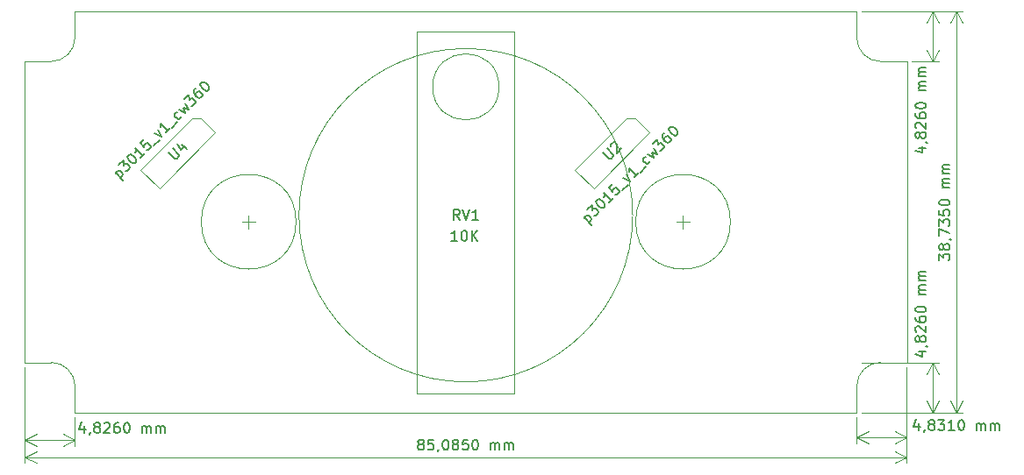
<source format=gbr>
%TF.GenerationSoftware,KiCad,Pcbnew,7.0.7*%
%TF.CreationDate,2023-09-10T17:47:14+02:00*%
%TF.ProjectId,Angle&Ana&Sw,416e676c-6526-4416-9e61-2653772e6b69,1.0*%
%TF.SameCoordinates,Original*%
%TF.FileFunction,AssemblyDrawing,Top*%
%FSLAX46Y46*%
G04 Gerber Fmt 4.6, Leading zero omitted, Abs format (unit mm)*
G04 Created by KiCad (PCBNEW 7.0.7) date 2023-09-10 17:47:14*
%MOMM*%
%LPD*%
G01*
G04 APERTURE LIST*
%ADD10C,0.100000*%
%ADD11C,0.150000*%
G04 APERTURE END LIST*
D10*
X142624525Y-132080000D02*
G75*
G03*
X140335000Y-129790475I-2289525J0D01*
G01*
X200660000Y-116205000D02*
X201930000Y-116205000D01*
X158750000Y-116205000D02*
X160020000Y-116205000D01*
X137800000Y-129794000D02*
X137800000Y-100711000D01*
X218059000Y-98425000D02*
G75*
G03*
X220345000Y-100711000I2286000J0D01*
G01*
X142621000Y-98425000D02*
X142621000Y-95885000D01*
X159385000Y-115570000D02*
X159385000Y-116840000D01*
X142624525Y-132080000D02*
X142624525Y-134620000D01*
X220345000Y-100711000D02*
X222885000Y-100711000D01*
X140335000Y-100711000D02*
X137795000Y-100711000D01*
X222900000Y-100711000D02*
X222900000Y-129794000D01*
X201295000Y-115570000D02*
X201295000Y-116840000D01*
X142624525Y-134620000D02*
X218059000Y-134620000D01*
X183540000Y-103170000D02*
G75*
G03*
X183540000Y-103170000I-3200000J0D01*
G01*
X140335000Y-129790475D02*
X137795000Y-129790475D01*
X142621000Y-95885000D02*
X218059000Y-95885000D01*
X218059000Y-98425000D02*
G75*
G03*
X220345000Y-100711000I2286000J0D01*
G01*
X218059000Y-98425000D02*
X218059000Y-95885000D01*
X218059000Y-132080000D02*
X218059000Y-134600000D01*
X140335000Y-100711000D02*
G75*
G03*
X142621000Y-98425000I0J2286000D01*
G01*
X196440000Y-115570000D02*
G75*
G03*
X196440000Y-115570000I-16100000J0D01*
G01*
X220345000Y-129794000D02*
X222900000Y-129794000D01*
X220345000Y-129794000D02*
G75*
G03*
X218059000Y-132080000I0J-2286000D01*
G01*
D11*
X224044333Y-135671152D02*
X224044333Y-136337819D01*
X223806238Y-135290200D02*
X223568143Y-136004485D01*
X223568143Y-136004485D02*
X224187190Y-136004485D01*
X224615762Y-136290200D02*
X224615762Y-136337819D01*
X224615762Y-136337819D02*
X224568143Y-136433057D01*
X224568143Y-136433057D02*
X224520524Y-136480676D01*
X225187190Y-135766390D02*
X225091952Y-135718771D01*
X225091952Y-135718771D02*
X225044333Y-135671152D01*
X225044333Y-135671152D02*
X224996714Y-135575914D01*
X224996714Y-135575914D02*
X224996714Y-135528295D01*
X224996714Y-135528295D02*
X225044333Y-135433057D01*
X225044333Y-135433057D02*
X225091952Y-135385438D01*
X225091952Y-135385438D02*
X225187190Y-135337819D01*
X225187190Y-135337819D02*
X225377666Y-135337819D01*
X225377666Y-135337819D02*
X225472904Y-135385438D01*
X225472904Y-135385438D02*
X225520523Y-135433057D01*
X225520523Y-135433057D02*
X225568142Y-135528295D01*
X225568142Y-135528295D02*
X225568142Y-135575914D01*
X225568142Y-135575914D02*
X225520523Y-135671152D01*
X225520523Y-135671152D02*
X225472904Y-135718771D01*
X225472904Y-135718771D02*
X225377666Y-135766390D01*
X225377666Y-135766390D02*
X225187190Y-135766390D01*
X225187190Y-135766390D02*
X225091952Y-135814009D01*
X225091952Y-135814009D02*
X225044333Y-135861628D01*
X225044333Y-135861628D02*
X224996714Y-135956866D01*
X224996714Y-135956866D02*
X224996714Y-136147342D01*
X224996714Y-136147342D02*
X225044333Y-136242580D01*
X225044333Y-136242580D02*
X225091952Y-136290200D01*
X225091952Y-136290200D02*
X225187190Y-136337819D01*
X225187190Y-136337819D02*
X225377666Y-136337819D01*
X225377666Y-136337819D02*
X225472904Y-136290200D01*
X225472904Y-136290200D02*
X225520523Y-136242580D01*
X225520523Y-136242580D02*
X225568142Y-136147342D01*
X225568142Y-136147342D02*
X225568142Y-135956866D01*
X225568142Y-135956866D02*
X225520523Y-135861628D01*
X225520523Y-135861628D02*
X225472904Y-135814009D01*
X225472904Y-135814009D02*
X225377666Y-135766390D01*
X225901476Y-135337819D02*
X226520523Y-135337819D01*
X226520523Y-135337819D02*
X226187190Y-135718771D01*
X226187190Y-135718771D02*
X226330047Y-135718771D01*
X226330047Y-135718771D02*
X226425285Y-135766390D01*
X226425285Y-135766390D02*
X226472904Y-135814009D01*
X226472904Y-135814009D02*
X226520523Y-135909247D01*
X226520523Y-135909247D02*
X226520523Y-136147342D01*
X226520523Y-136147342D02*
X226472904Y-136242580D01*
X226472904Y-136242580D02*
X226425285Y-136290200D01*
X226425285Y-136290200D02*
X226330047Y-136337819D01*
X226330047Y-136337819D02*
X226044333Y-136337819D01*
X226044333Y-136337819D02*
X225949095Y-136290200D01*
X225949095Y-136290200D02*
X225901476Y-136242580D01*
X227472904Y-136337819D02*
X226901476Y-136337819D01*
X227187190Y-136337819D02*
X227187190Y-135337819D01*
X227187190Y-135337819D02*
X227091952Y-135480676D01*
X227091952Y-135480676D02*
X226996714Y-135575914D01*
X226996714Y-135575914D02*
X226901476Y-135623533D01*
X228091952Y-135337819D02*
X228187190Y-135337819D01*
X228187190Y-135337819D02*
X228282428Y-135385438D01*
X228282428Y-135385438D02*
X228330047Y-135433057D01*
X228330047Y-135433057D02*
X228377666Y-135528295D01*
X228377666Y-135528295D02*
X228425285Y-135718771D01*
X228425285Y-135718771D02*
X228425285Y-135956866D01*
X228425285Y-135956866D02*
X228377666Y-136147342D01*
X228377666Y-136147342D02*
X228330047Y-136242580D01*
X228330047Y-136242580D02*
X228282428Y-136290200D01*
X228282428Y-136290200D02*
X228187190Y-136337819D01*
X228187190Y-136337819D02*
X228091952Y-136337819D01*
X228091952Y-136337819D02*
X227996714Y-136290200D01*
X227996714Y-136290200D02*
X227949095Y-136242580D01*
X227949095Y-136242580D02*
X227901476Y-136147342D01*
X227901476Y-136147342D02*
X227853857Y-135956866D01*
X227853857Y-135956866D02*
X227853857Y-135718771D01*
X227853857Y-135718771D02*
X227901476Y-135528295D01*
X227901476Y-135528295D02*
X227949095Y-135433057D01*
X227949095Y-135433057D02*
X227996714Y-135385438D01*
X227996714Y-135385438D02*
X228091952Y-135337819D01*
X229615762Y-136337819D02*
X229615762Y-135671152D01*
X229615762Y-135766390D02*
X229663381Y-135718771D01*
X229663381Y-135718771D02*
X229758619Y-135671152D01*
X229758619Y-135671152D02*
X229901476Y-135671152D01*
X229901476Y-135671152D02*
X229996714Y-135718771D01*
X229996714Y-135718771D02*
X230044333Y-135814009D01*
X230044333Y-135814009D02*
X230044333Y-136337819D01*
X230044333Y-135814009D02*
X230091952Y-135718771D01*
X230091952Y-135718771D02*
X230187190Y-135671152D01*
X230187190Y-135671152D02*
X230330047Y-135671152D01*
X230330047Y-135671152D02*
X230425286Y-135718771D01*
X230425286Y-135718771D02*
X230472905Y-135814009D01*
X230472905Y-135814009D02*
X230472905Y-136337819D01*
X230949095Y-136337819D02*
X230949095Y-135671152D01*
X230949095Y-135766390D02*
X230996714Y-135718771D01*
X230996714Y-135718771D02*
X231091952Y-135671152D01*
X231091952Y-135671152D02*
X231234809Y-135671152D01*
X231234809Y-135671152D02*
X231330047Y-135718771D01*
X231330047Y-135718771D02*
X231377666Y-135814009D01*
X231377666Y-135814009D02*
X231377666Y-136337819D01*
X231377666Y-135814009D02*
X231425285Y-135718771D01*
X231425285Y-135718771D02*
X231520523Y-135671152D01*
X231520523Y-135671152D02*
X231663380Y-135671152D01*
X231663380Y-135671152D02*
X231758619Y-135718771D01*
X231758619Y-135718771D02*
X231806238Y-135814009D01*
X231806238Y-135814009D02*
X231806238Y-136337819D01*
D10*
X218054000Y-135120000D02*
X218054000Y-137619420D01*
X222885000Y-135120000D02*
X222885000Y-137619420D01*
X218054000Y-137033000D02*
X222885000Y-137033000D01*
X218054000Y-137033000D02*
X222885000Y-137033000D01*
X218054000Y-137033000D02*
X219180504Y-136446579D01*
X218054000Y-137033000D02*
X219180504Y-137619421D01*
X222885000Y-137033000D02*
X221758496Y-137619421D01*
X222885000Y-137033000D02*
X221758496Y-136446579D01*
D11*
X224063152Y-128761666D02*
X224729819Y-128761666D01*
X223682200Y-128999761D02*
X224396485Y-129237856D01*
X224396485Y-129237856D02*
X224396485Y-128618809D01*
X224682200Y-128190237D02*
X224729819Y-128190237D01*
X224729819Y-128190237D02*
X224825057Y-128237856D01*
X224825057Y-128237856D02*
X224872676Y-128285475D01*
X224158390Y-127618809D02*
X224110771Y-127714047D01*
X224110771Y-127714047D02*
X224063152Y-127761666D01*
X224063152Y-127761666D02*
X223967914Y-127809285D01*
X223967914Y-127809285D02*
X223920295Y-127809285D01*
X223920295Y-127809285D02*
X223825057Y-127761666D01*
X223825057Y-127761666D02*
X223777438Y-127714047D01*
X223777438Y-127714047D02*
X223729819Y-127618809D01*
X223729819Y-127618809D02*
X223729819Y-127428333D01*
X223729819Y-127428333D02*
X223777438Y-127333095D01*
X223777438Y-127333095D02*
X223825057Y-127285476D01*
X223825057Y-127285476D02*
X223920295Y-127237857D01*
X223920295Y-127237857D02*
X223967914Y-127237857D01*
X223967914Y-127237857D02*
X224063152Y-127285476D01*
X224063152Y-127285476D02*
X224110771Y-127333095D01*
X224110771Y-127333095D02*
X224158390Y-127428333D01*
X224158390Y-127428333D02*
X224158390Y-127618809D01*
X224158390Y-127618809D02*
X224206009Y-127714047D01*
X224206009Y-127714047D02*
X224253628Y-127761666D01*
X224253628Y-127761666D02*
X224348866Y-127809285D01*
X224348866Y-127809285D02*
X224539342Y-127809285D01*
X224539342Y-127809285D02*
X224634580Y-127761666D01*
X224634580Y-127761666D02*
X224682200Y-127714047D01*
X224682200Y-127714047D02*
X224729819Y-127618809D01*
X224729819Y-127618809D02*
X224729819Y-127428333D01*
X224729819Y-127428333D02*
X224682200Y-127333095D01*
X224682200Y-127333095D02*
X224634580Y-127285476D01*
X224634580Y-127285476D02*
X224539342Y-127237857D01*
X224539342Y-127237857D02*
X224348866Y-127237857D01*
X224348866Y-127237857D02*
X224253628Y-127285476D01*
X224253628Y-127285476D02*
X224206009Y-127333095D01*
X224206009Y-127333095D02*
X224158390Y-127428333D01*
X223825057Y-126856904D02*
X223777438Y-126809285D01*
X223777438Y-126809285D02*
X223729819Y-126714047D01*
X223729819Y-126714047D02*
X223729819Y-126475952D01*
X223729819Y-126475952D02*
X223777438Y-126380714D01*
X223777438Y-126380714D02*
X223825057Y-126333095D01*
X223825057Y-126333095D02*
X223920295Y-126285476D01*
X223920295Y-126285476D02*
X224015533Y-126285476D01*
X224015533Y-126285476D02*
X224158390Y-126333095D01*
X224158390Y-126333095D02*
X224729819Y-126904523D01*
X224729819Y-126904523D02*
X224729819Y-126285476D01*
X223729819Y-125428333D02*
X223729819Y-125618809D01*
X223729819Y-125618809D02*
X223777438Y-125714047D01*
X223777438Y-125714047D02*
X223825057Y-125761666D01*
X223825057Y-125761666D02*
X223967914Y-125856904D01*
X223967914Y-125856904D02*
X224158390Y-125904523D01*
X224158390Y-125904523D02*
X224539342Y-125904523D01*
X224539342Y-125904523D02*
X224634580Y-125856904D01*
X224634580Y-125856904D02*
X224682200Y-125809285D01*
X224682200Y-125809285D02*
X224729819Y-125714047D01*
X224729819Y-125714047D02*
X224729819Y-125523571D01*
X224729819Y-125523571D02*
X224682200Y-125428333D01*
X224682200Y-125428333D02*
X224634580Y-125380714D01*
X224634580Y-125380714D02*
X224539342Y-125333095D01*
X224539342Y-125333095D02*
X224301247Y-125333095D01*
X224301247Y-125333095D02*
X224206009Y-125380714D01*
X224206009Y-125380714D02*
X224158390Y-125428333D01*
X224158390Y-125428333D02*
X224110771Y-125523571D01*
X224110771Y-125523571D02*
X224110771Y-125714047D01*
X224110771Y-125714047D02*
X224158390Y-125809285D01*
X224158390Y-125809285D02*
X224206009Y-125856904D01*
X224206009Y-125856904D02*
X224301247Y-125904523D01*
X223729819Y-124714047D02*
X223729819Y-124618809D01*
X223729819Y-124618809D02*
X223777438Y-124523571D01*
X223777438Y-124523571D02*
X223825057Y-124475952D01*
X223825057Y-124475952D02*
X223920295Y-124428333D01*
X223920295Y-124428333D02*
X224110771Y-124380714D01*
X224110771Y-124380714D02*
X224348866Y-124380714D01*
X224348866Y-124380714D02*
X224539342Y-124428333D01*
X224539342Y-124428333D02*
X224634580Y-124475952D01*
X224634580Y-124475952D02*
X224682200Y-124523571D01*
X224682200Y-124523571D02*
X224729819Y-124618809D01*
X224729819Y-124618809D02*
X224729819Y-124714047D01*
X224729819Y-124714047D02*
X224682200Y-124809285D01*
X224682200Y-124809285D02*
X224634580Y-124856904D01*
X224634580Y-124856904D02*
X224539342Y-124904523D01*
X224539342Y-124904523D02*
X224348866Y-124952142D01*
X224348866Y-124952142D02*
X224110771Y-124952142D01*
X224110771Y-124952142D02*
X223920295Y-124904523D01*
X223920295Y-124904523D02*
X223825057Y-124856904D01*
X223825057Y-124856904D02*
X223777438Y-124809285D01*
X223777438Y-124809285D02*
X223729819Y-124714047D01*
X224729819Y-123190237D02*
X224063152Y-123190237D01*
X224158390Y-123190237D02*
X224110771Y-123142618D01*
X224110771Y-123142618D02*
X224063152Y-123047380D01*
X224063152Y-123047380D02*
X224063152Y-122904523D01*
X224063152Y-122904523D02*
X224110771Y-122809285D01*
X224110771Y-122809285D02*
X224206009Y-122761666D01*
X224206009Y-122761666D02*
X224729819Y-122761666D01*
X224206009Y-122761666D02*
X224110771Y-122714047D01*
X224110771Y-122714047D02*
X224063152Y-122618809D01*
X224063152Y-122618809D02*
X224063152Y-122475952D01*
X224063152Y-122475952D02*
X224110771Y-122380713D01*
X224110771Y-122380713D02*
X224206009Y-122333094D01*
X224206009Y-122333094D02*
X224729819Y-122333094D01*
X224729819Y-121856904D02*
X224063152Y-121856904D01*
X224158390Y-121856904D02*
X224110771Y-121809285D01*
X224110771Y-121809285D02*
X224063152Y-121714047D01*
X224063152Y-121714047D02*
X224063152Y-121571190D01*
X224063152Y-121571190D02*
X224110771Y-121475952D01*
X224110771Y-121475952D02*
X224206009Y-121428333D01*
X224206009Y-121428333D02*
X224729819Y-121428333D01*
X224206009Y-121428333D02*
X224110771Y-121380714D01*
X224110771Y-121380714D02*
X224063152Y-121285476D01*
X224063152Y-121285476D02*
X224063152Y-121142619D01*
X224063152Y-121142619D02*
X224110771Y-121047380D01*
X224110771Y-121047380D02*
X224206009Y-120999761D01*
X224206009Y-120999761D02*
X224729819Y-120999761D01*
D10*
X218559000Y-134620000D02*
X226011420Y-134620000D01*
X218559000Y-129794000D02*
X226011420Y-129794000D01*
X225425000Y-134620000D02*
X225425000Y-129794000D01*
X225425000Y-134620000D02*
X225425000Y-129794000D01*
X225425000Y-134620000D02*
X224838579Y-133493496D01*
X225425000Y-134620000D02*
X226011421Y-133493496D01*
X225425000Y-129794000D02*
X226011421Y-130920504D01*
X225425000Y-129794000D02*
X224838579Y-130920504D01*
D11*
X226015819Y-119919165D02*
X226015819Y-119300118D01*
X226015819Y-119300118D02*
X226396771Y-119633451D01*
X226396771Y-119633451D02*
X226396771Y-119490594D01*
X226396771Y-119490594D02*
X226444390Y-119395356D01*
X226444390Y-119395356D02*
X226492009Y-119347737D01*
X226492009Y-119347737D02*
X226587247Y-119300118D01*
X226587247Y-119300118D02*
X226825342Y-119300118D01*
X226825342Y-119300118D02*
X226920580Y-119347737D01*
X226920580Y-119347737D02*
X226968200Y-119395356D01*
X226968200Y-119395356D02*
X227015819Y-119490594D01*
X227015819Y-119490594D02*
X227015819Y-119776308D01*
X227015819Y-119776308D02*
X226968200Y-119871546D01*
X226968200Y-119871546D02*
X226920580Y-119919165D01*
X226444390Y-118728689D02*
X226396771Y-118823927D01*
X226396771Y-118823927D02*
X226349152Y-118871546D01*
X226349152Y-118871546D02*
X226253914Y-118919165D01*
X226253914Y-118919165D02*
X226206295Y-118919165D01*
X226206295Y-118919165D02*
X226111057Y-118871546D01*
X226111057Y-118871546D02*
X226063438Y-118823927D01*
X226063438Y-118823927D02*
X226015819Y-118728689D01*
X226015819Y-118728689D02*
X226015819Y-118538213D01*
X226015819Y-118538213D02*
X226063438Y-118442975D01*
X226063438Y-118442975D02*
X226111057Y-118395356D01*
X226111057Y-118395356D02*
X226206295Y-118347737D01*
X226206295Y-118347737D02*
X226253914Y-118347737D01*
X226253914Y-118347737D02*
X226349152Y-118395356D01*
X226349152Y-118395356D02*
X226396771Y-118442975D01*
X226396771Y-118442975D02*
X226444390Y-118538213D01*
X226444390Y-118538213D02*
X226444390Y-118728689D01*
X226444390Y-118728689D02*
X226492009Y-118823927D01*
X226492009Y-118823927D02*
X226539628Y-118871546D01*
X226539628Y-118871546D02*
X226634866Y-118919165D01*
X226634866Y-118919165D02*
X226825342Y-118919165D01*
X226825342Y-118919165D02*
X226920580Y-118871546D01*
X226920580Y-118871546D02*
X226968200Y-118823927D01*
X226968200Y-118823927D02*
X227015819Y-118728689D01*
X227015819Y-118728689D02*
X227015819Y-118538213D01*
X227015819Y-118538213D02*
X226968200Y-118442975D01*
X226968200Y-118442975D02*
X226920580Y-118395356D01*
X226920580Y-118395356D02*
X226825342Y-118347737D01*
X226825342Y-118347737D02*
X226634866Y-118347737D01*
X226634866Y-118347737D02*
X226539628Y-118395356D01*
X226539628Y-118395356D02*
X226492009Y-118442975D01*
X226492009Y-118442975D02*
X226444390Y-118538213D01*
X226968200Y-117871546D02*
X227015819Y-117871546D01*
X227015819Y-117871546D02*
X227111057Y-117919165D01*
X227111057Y-117919165D02*
X227158676Y-117966784D01*
X226015819Y-117538213D02*
X226015819Y-116871547D01*
X226015819Y-116871547D02*
X227015819Y-117300118D01*
X226015819Y-116585832D02*
X226015819Y-115966785D01*
X226015819Y-115966785D02*
X226396771Y-116300118D01*
X226396771Y-116300118D02*
X226396771Y-116157261D01*
X226396771Y-116157261D02*
X226444390Y-116062023D01*
X226444390Y-116062023D02*
X226492009Y-116014404D01*
X226492009Y-116014404D02*
X226587247Y-115966785D01*
X226587247Y-115966785D02*
X226825342Y-115966785D01*
X226825342Y-115966785D02*
X226920580Y-116014404D01*
X226920580Y-116014404D02*
X226968200Y-116062023D01*
X226968200Y-116062023D02*
X227015819Y-116157261D01*
X227015819Y-116157261D02*
X227015819Y-116442975D01*
X227015819Y-116442975D02*
X226968200Y-116538213D01*
X226968200Y-116538213D02*
X226920580Y-116585832D01*
X226015819Y-115062023D02*
X226015819Y-115538213D01*
X226015819Y-115538213D02*
X226492009Y-115585832D01*
X226492009Y-115585832D02*
X226444390Y-115538213D01*
X226444390Y-115538213D02*
X226396771Y-115442975D01*
X226396771Y-115442975D02*
X226396771Y-115204880D01*
X226396771Y-115204880D02*
X226444390Y-115109642D01*
X226444390Y-115109642D02*
X226492009Y-115062023D01*
X226492009Y-115062023D02*
X226587247Y-115014404D01*
X226587247Y-115014404D02*
X226825342Y-115014404D01*
X226825342Y-115014404D02*
X226920580Y-115062023D01*
X226920580Y-115062023D02*
X226968200Y-115109642D01*
X226968200Y-115109642D02*
X227015819Y-115204880D01*
X227015819Y-115204880D02*
X227015819Y-115442975D01*
X227015819Y-115442975D02*
X226968200Y-115538213D01*
X226968200Y-115538213D02*
X226920580Y-115585832D01*
X226015819Y-114395356D02*
X226015819Y-114300118D01*
X226015819Y-114300118D02*
X226063438Y-114204880D01*
X226063438Y-114204880D02*
X226111057Y-114157261D01*
X226111057Y-114157261D02*
X226206295Y-114109642D01*
X226206295Y-114109642D02*
X226396771Y-114062023D01*
X226396771Y-114062023D02*
X226634866Y-114062023D01*
X226634866Y-114062023D02*
X226825342Y-114109642D01*
X226825342Y-114109642D02*
X226920580Y-114157261D01*
X226920580Y-114157261D02*
X226968200Y-114204880D01*
X226968200Y-114204880D02*
X227015819Y-114300118D01*
X227015819Y-114300118D02*
X227015819Y-114395356D01*
X227015819Y-114395356D02*
X226968200Y-114490594D01*
X226968200Y-114490594D02*
X226920580Y-114538213D01*
X226920580Y-114538213D02*
X226825342Y-114585832D01*
X226825342Y-114585832D02*
X226634866Y-114633451D01*
X226634866Y-114633451D02*
X226396771Y-114633451D01*
X226396771Y-114633451D02*
X226206295Y-114585832D01*
X226206295Y-114585832D02*
X226111057Y-114538213D01*
X226111057Y-114538213D02*
X226063438Y-114490594D01*
X226063438Y-114490594D02*
X226015819Y-114395356D01*
X227015819Y-112871546D02*
X226349152Y-112871546D01*
X226444390Y-112871546D02*
X226396771Y-112823927D01*
X226396771Y-112823927D02*
X226349152Y-112728689D01*
X226349152Y-112728689D02*
X226349152Y-112585832D01*
X226349152Y-112585832D02*
X226396771Y-112490594D01*
X226396771Y-112490594D02*
X226492009Y-112442975D01*
X226492009Y-112442975D02*
X227015819Y-112442975D01*
X226492009Y-112442975D02*
X226396771Y-112395356D01*
X226396771Y-112395356D02*
X226349152Y-112300118D01*
X226349152Y-112300118D02*
X226349152Y-112157261D01*
X226349152Y-112157261D02*
X226396771Y-112062022D01*
X226396771Y-112062022D02*
X226492009Y-112014403D01*
X226492009Y-112014403D02*
X227015819Y-112014403D01*
X227015819Y-111538213D02*
X226349152Y-111538213D01*
X226444390Y-111538213D02*
X226396771Y-111490594D01*
X226396771Y-111490594D02*
X226349152Y-111395356D01*
X226349152Y-111395356D02*
X226349152Y-111252499D01*
X226349152Y-111252499D02*
X226396771Y-111157261D01*
X226396771Y-111157261D02*
X226492009Y-111109642D01*
X226492009Y-111109642D02*
X227015819Y-111109642D01*
X226492009Y-111109642D02*
X226396771Y-111062023D01*
X226396771Y-111062023D02*
X226349152Y-110966785D01*
X226349152Y-110966785D02*
X226349152Y-110823928D01*
X226349152Y-110823928D02*
X226396771Y-110728689D01*
X226396771Y-110728689D02*
X226492009Y-110681070D01*
X226492009Y-110681070D02*
X227015819Y-110681070D01*
D10*
X218554000Y-134620000D02*
X228297420Y-134620000D01*
X218554000Y-95885000D02*
X228297420Y-95885000D01*
X227711000Y-134620000D02*
X227711000Y-95885000D01*
X227711000Y-134620000D02*
X227711000Y-95885000D01*
X227711000Y-134620000D02*
X227124579Y-133493496D01*
X227711000Y-134620000D02*
X228297421Y-133493496D01*
X227711000Y-95885000D02*
X228297421Y-97011504D01*
X227711000Y-95885000D02*
X227124579Y-97011504D01*
D11*
X224063152Y-109076666D02*
X224729819Y-109076666D01*
X223682200Y-109314761D02*
X224396485Y-109552856D01*
X224396485Y-109552856D02*
X224396485Y-108933809D01*
X224682200Y-108505237D02*
X224729819Y-108505237D01*
X224729819Y-108505237D02*
X224825057Y-108552856D01*
X224825057Y-108552856D02*
X224872676Y-108600475D01*
X224158390Y-107933809D02*
X224110771Y-108029047D01*
X224110771Y-108029047D02*
X224063152Y-108076666D01*
X224063152Y-108076666D02*
X223967914Y-108124285D01*
X223967914Y-108124285D02*
X223920295Y-108124285D01*
X223920295Y-108124285D02*
X223825057Y-108076666D01*
X223825057Y-108076666D02*
X223777438Y-108029047D01*
X223777438Y-108029047D02*
X223729819Y-107933809D01*
X223729819Y-107933809D02*
X223729819Y-107743333D01*
X223729819Y-107743333D02*
X223777438Y-107648095D01*
X223777438Y-107648095D02*
X223825057Y-107600476D01*
X223825057Y-107600476D02*
X223920295Y-107552857D01*
X223920295Y-107552857D02*
X223967914Y-107552857D01*
X223967914Y-107552857D02*
X224063152Y-107600476D01*
X224063152Y-107600476D02*
X224110771Y-107648095D01*
X224110771Y-107648095D02*
X224158390Y-107743333D01*
X224158390Y-107743333D02*
X224158390Y-107933809D01*
X224158390Y-107933809D02*
X224206009Y-108029047D01*
X224206009Y-108029047D02*
X224253628Y-108076666D01*
X224253628Y-108076666D02*
X224348866Y-108124285D01*
X224348866Y-108124285D02*
X224539342Y-108124285D01*
X224539342Y-108124285D02*
X224634580Y-108076666D01*
X224634580Y-108076666D02*
X224682200Y-108029047D01*
X224682200Y-108029047D02*
X224729819Y-107933809D01*
X224729819Y-107933809D02*
X224729819Y-107743333D01*
X224729819Y-107743333D02*
X224682200Y-107648095D01*
X224682200Y-107648095D02*
X224634580Y-107600476D01*
X224634580Y-107600476D02*
X224539342Y-107552857D01*
X224539342Y-107552857D02*
X224348866Y-107552857D01*
X224348866Y-107552857D02*
X224253628Y-107600476D01*
X224253628Y-107600476D02*
X224206009Y-107648095D01*
X224206009Y-107648095D02*
X224158390Y-107743333D01*
X223825057Y-107171904D02*
X223777438Y-107124285D01*
X223777438Y-107124285D02*
X223729819Y-107029047D01*
X223729819Y-107029047D02*
X223729819Y-106790952D01*
X223729819Y-106790952D02*
X223777438Y-106695714D01*
X223777438Y-106695714D02*
X223825057Y-106648095D01*
X223825057Y-106648095D02*
X223920295Y-106600476D01*
X223920295Y-106600476D02*
X224015533Y-106600476D01*
X224015533Y-106600476D02*
X224158390Y-106648095D01*
X224158390Y-106648095D02*
X224729819Y-107219523D01*
X224729819Y-107219523D02*
X224729819Y-106600476D01*
X223729819Y-105743333D02*
X223729819Y-105933809D01*
X223729819Y-105933809D02*
X223777438Y-106029047D01*
X223777438Y-106029047D02*
X223825057Y-106076666D01*
X223825057Y-106076666D02*
X223967914Y-106171904D01*
X223967914Y-106171904D02*
X224158390Y-106219523D01*
X224158390Y-106219523D02*
X224539342Y-106219523D01*
X224539342Y-106219523D02*
X224634580Y-106171904D01*
X224634580Y-106171904D02*
X224682200Y-106124285D01*
X224682200Y-106124285D02*
X224729819Y-106029047D01*
X224729819Y-106029047D02*
X224729819Y-105838571D01*
X224729819Y-105838571D02*
X224682200Y-105743333D01*
X224682200Y-105743333D02*
X224634580Y-105695714D01*
X224634580Y-105695714D02*
X224539342Y-105648095D01*
X224539342Y-105648095D02*
X224301247Y-105648095D01*
X224301247Y-105648095D02*
X224206009Y-105695714D01*
X224206009Y-105695714D02*
X224158390Y-105743333D01*
X224158390Y-105743333D02*
X224110771Y-105838571D01*
X224110771Y-105838571D02*
X224110771Y-106029047D01*
X224110771Y-106029047D02*
X224158390Y-106124285D01*
X224158390Y-106124285D02*
X224206009Y-106171904D01*
X224206009Y-106171904D02*
X224301247Y-106219523D01*
X223729819Y-105029047D02*
X223729819Y-104933809D01*
X223729819Y-104933809D02*
X223777438Y-104838571D01*
X223777438Y-104838571D02*
X223825057Y-104790952D01*
X223825057Y-104790952D02*
X223920295Y-104743333D01*
X223920295Y-104743333D02*
X224110771Y-104695714D01*
X224110771Y-104695714D02*
X224348866Y-104695714D01*
X224348866Y-104695714D02*
X224539342Y-104743333D01*
X224539342Y-104743333D02*
X224634580Y-104790952D01*
X224634580Y-104790952D02*
X224682200Y-104838571D01*
X224682200Y-104838571D02*
X224729819Y-104933809D01*
X224729819Y-104933809D02*
X224729819Y-105029047D01*
X224729819Y-105029047D02*
X224682200Y-105124285D01*
X224682200Y-105124285D02*
X224634580Y-105171904D01*
X224634580Y-105171904D02*
X224539342Y-105219523D01*
X224539342Y-105219523D02*
X224348866Y-105267142D01*
X224348866Y-105267142D02*
X224110771Y-105267142D01*
X224110771Y-105267142D02*
X223920295Y-105219523D01*
X223920295Y-105219523D02*
X223825057Y-105171904D01*
X223825057Y-105171904D02*
X223777438Y-105124285D01*
X223777438Y-105124285D02*
X223729819Y-105029047D01*
X224729819Y-103505237D02*
X224063152Y-103505237D01*
X224158390Y-103505237D02*
X224110771Y-103457618D01*
X224110771Y-103457618D02*
X224063152Y-103362380D01*
X224063152Y-103362380D02*
X224063152Y-103219523D01*
X224063152Y-103219523D02*
X224110771Y-103124285D01*
X224110771Y-103124285D02*
X224206009Y-103076666D01*
X224206009Y-103076666D02*
X224729819Y-103076666D01*
X224206009Y-103076666D02*
X224110771Y-103029047D01*
X224110771Y-103029047D02*
X224063152Y-102933809D01*
X224063152Y-102933809D02*
X224063152Y-102790952D01*
X224063152Y-102790952D02*
X224110771Y-102695713D01*
X224110771Y-102695713D02*
X224206009Y-102648094D01*
X224206009Y-102648094D02*
X224729819Y-102648094D01*
X224729819Y-102171904D02*
X224063152Y-102171904D01*
X224158390Y-102171904D02*
X224110771Y-102124285D01*
X224110771Y-102124285D02*
X224063152Y-102029047D01*
X224063152Y-102029047D02*
X224063152Y-101886190D01*
X224063152Y-101886190D02*
X224110771Y-101790952D01*
X224110771Y-101790952D02*
X224206009Y-101743333D01*
X224206009Y-101743333D02*
X224729819Y-101743333D01*
X224206009Y-101743333D02*
X224110771Y-101695714D01*
X224110771Y-101695714D02*
X224063152Y-101600476D01*
X224063152Y-101600476D02*
X224063152Y-101457619D01*
X224063152Y-101457619D02*
X224110771Y-101362380D01*
X224110771Y-101362380D02*
X224206009Y-101314761D01*
X224206009Y-101314761D02*
X224729819Y-101314761D01*
D10*
X223385000Y-100711000D02*
X226011420Y-100711000D01*
X223385000Y-95885000D02*
X226011420Y-95885000D01*
X225425000Y-100711000D02*
X225425000Y-95885000D01*
X225425000Y-100711000D02*
X225425000Y-95885000D01*
X225425000Y-100711000D02*
X224838579Y-99584496D01*
X225425000Y-100711000D02*
X226011421Y-99584496D01*
X225425000Y-95885000D02*
X226011421Y-97011504D01*
X225425000Y-95885000D02*
X224838579Y-97011504D01*
D11*
X143526333Y-135925152D02*
X143526333Y-136591819D01*
X143288238Y-135544200D02*
X143050143Y-136258485D01*
X143050143Y-136258485D02*
X143669190Y-136258485D01*
X144097762Y-136544200D02*
X144097762Y-136591819D01*
X144097762Y-136591819D02*
X144050143Y-136687057D01*
X144050143Y-136687057D02*
X144002524Y-136734676D01*
X144669190Y-136020390D02*
X144573952Y-135972771D01*
X144573952Y-135972771D02*
X144526333Y-135925152D01*
X144526333Y-135925152D02*
X144478714Y-135829914D01*
X144478714Y-135829914D02*
X144478714Y-135782295D01*
X144478714Y-135782295D02*
X144526333Y-135687057D01*
X144526333Y-135687057D02*
X144573952Y-135639438D01*
X144573952Y-135639438D02*
X144669190Y-135591819D01*
X144669190Y-135591819D02*
X144859666Y-135591819D01*
X144859666Y-135591819D02*
X144954904Y-135639438D01*
X144954904Y-135639438D02*
X145002523Y-135687057D01*
X145002523Y-135687057D02*
X145050142Y-135782295D01*
X145050142Y-135782295D02*
X145050142Y-135829914D01*
X145050142Y-135829914D02*
X145002523Y-135925152D01*
X145002523Y-135925152D02*
X144954904Y-135972771D01*
X144954904Y-135972771D02*
X144859666Y-136020390D01*
X144859666Y-136020390D02*
X144669190Y-136020390D01*
X144669190Y-136020390D02*
X144573952Y-136068009D01*
X144573952Y-136068009D02*
X144526333Y-136115628D01*
X144526333Y-136115628D02*
X144478714Y-136210866D01*
X144478714Y-136210866D02*
X144478714Y-136401342D01*
X144478714Y-136401342D02*
X144526333Y-136496580D01*
X144526333Y-136496580D02*
X144573952Y-136544200D01*
X144573952Y-136544200D02*
X144669190Y-136591819D01*
X144669190Y-136591819D02*
X144859666Y-136591819D01*
X144859666Y-136591819D02*
X144954904Y-136544200D01*
X144954904Y-136544200D02*
X145002523Y-136496580D01*
X145002523Y-136496580D02*
X145050142Y-136401342D01*
X145050142Y-136401342D02*
X145050142Y-136210866D01*
X145050142Y-136210866D02*
X145002523Y-136115628D01*
X145002523Y-136115628D02*
X144954904Y-136068009D01*
X144954904Y-136068009D02*
X144859666Y-136020390D01*
X145431095Y-135687057D02*
X145478714Y-135639438D01*
X145478714Y-135639438D02*
X145573952Y-135591819D01*
X145573952Y-135591819D02*
X145812047Y-135591819D01*
X145812047Y-135591819D02*
X145907285Y-135639438D01*
X145907285Y-135639438D02*
X145954904Y-135687057D01*
X145954904Y-135687057D02*
X146002523Y-135782295D01*
X146002523Y-135782295D02*
X146002523Y-135877533D01*
X146002523Y-135877533D02*
X145954904Y-136020390D01*
X145954904Y-136020390D02*
X145383476Y-136591819D01*
X145383476Y-136591819D02*
X146002523Y-136591819D01*
X146859666Y-135591819D02*
X146669190Y-135591819D01*
X146669190Y-135591819D02*
X146573952Y-135639438D01*
X146573952Y-135639438D02*
X146526333Y-135687057D01*
X146526333Y-135687057D02*
X146431095Y-135829914D01*
X146431095Y-135829914D02*
X146383476Y-136020390D01*
X146383476Y-136020390D02*
X146383476Y-136401342D01*
X146383476Y-136401342D02*
X146431095Y-136496580D01*
X146431095Y-136496580D02*
X146478714Y-136544200D01*
X146478714Y-136544200D02*
X146573952Y-136591819D01*
X146573952Y-136591819D02*
X146764428Y-136591819D01*
X146764428Y-136591819D02*
X146859666Y-136544200D01*
X146859666Y-136544200D02*
X146907285Y-136496580D01*
X146907285Y-136496580D02*
X146954904Y-136401342D01*
X146954904Y-136401342D02*
X146954904Y-136163247D01*
X146954904Y-136163247D02*
X146907285Y-136068009D01*
X146907285Y-136068009D02*
X146859666Y-136020390D01*
X146859666Y-136020390D02*
X146764428Y-135972771D01*
X146764428Y-135972771D02*
X146573952Y-135972771D01*
X146573952Y-135972771D02*
X146478714Y-136020390D01*
X146478714Y-136020390D02*
X146431095Y-136068009D01*
X146431095Y-136068009D02*
X146383476Y-136163247D01*
X147573952Y-135591819D02*
X147669190Y-135591819D01*
X147669190Y-135591819D02*
X147764428Y-135639438D01*
X147764428Y-135639438D02*
X147812047Y-135687057D01*
X147812047Y-135687057D02*
X147859666Y-135782295D01*
X147859666Y-135782295D02*
X147907285Y-135972771D01*
X147907285Y-135972771D02*
X147907285Y-136210866D01*
X147907285Y-136210866D02*
X147859666Y-136401342D01*
X147859666Y-136401342D02*
X147812047Y-136496580D01*
X147812047Y-136496580D02*
X147764428Y-136544200D01*
X147764428Y-136544200D02*
X147669190Y-136591819D01*
X147669190Y-136591819D02*
X147573952Y-136591819D01*
X147573952Y-136591819D02*
X147478714Y-136544200D01*
X147478714Y-136544200D02*
X147431095Y-136496580D01*
X147431095Y-136496580D02*
X147383476Y-136401342D01*
X147383476Y-136401342D02*
X147335857Y-136210866D01*
X147335857Y-136210866D02*
X147335857Y-135972771D01*
X147335857Y-135972771D02*
X147383476Y-135782295D01*
X147383476Y-135782295D02*
X147431095Y-135687057D01*
X147431095Y-135687057D02*
X147478714Y-135639438D01*
X147478714Y-135639438D02*
X147573952Y-135591819D01*
X149097762Y-136591819D02*
X149097762Y-135925152D01*
X149097762Y-136020390D02*
X149145381Y-135972771D01*
X149145381Y-135972771D02*
X149240619Y-135925152D01*
X149240619Y-135925152D02*
X149383476Y-135925152D01*
X149383476Y-135925152D02*
X149478714Y-135972771D01*
X149478714Y-135972771D02*
X149526333Y-136068009D01*
X149526333Y-136068009D02*
X149526333Y-136591819D01*
X149526333Y-136068009D02*
X149573952Y-135972771D01*
X149573952Y-135972771D02*
X149669190Y-135925152D01*
X149669190Y-135925152D02*
X149812047Y-135925152D01*
X149812047Y-135925152D02*
X149907286Y-135972771D01*
X149907286Y-135972771D02*
X149954905Y-136068009D01*
X149954905Y-136068009D02*
X149954905Y-136591819D01*
X150431095Y-136591819D02*
X150431095Y-135925152D01*
X150431095Y-136020390D02*
X150478714Y-135972771D01*
X150478714Y-135972771D02*
X150573952Y-135925152D01*
X150573952Y-135925152D02*
X150716809Y-135925152D01*
X150716809Y-135925152D02*
X150812047Y-135972771D01*
X150812047Y-135972771D02*
X150859666Y-136068009D01*
X150859666Y-136068009D02*
X150859666Y-136591819D01*
X150859666Y-136068009D02*
X150907285Y-135972771D01*
X150907285Y-135972771D02*
X151002523Y-135925152D01*
X151002523Y-135925152D02*
X151145380Y-135925152D01*
X151145380Y-135925152D02*
X151240619Y-135972771D01*
X151240619Y-135972771D02*
X151288238Y-136068009D01*
X151288238Y-136068009D02*
X151288238Y-136591819D01*
D10*
X142621000Y-135120000D02*
X142621000Y-137873420D01*
X137795000Y-135120000D02*
X137795000Y-137873420D01*
X142621000Y-137287000D02*
X137795000Y-137287000D01*
X142621000Y-137287000D02*
X137795000Y-137287000D01*
X142621000Y-137287000D02*
X141494496Y-137873421D01*
X142621000Y-137287000D02*
X141494496Y-136700579D01*
X137795000Y-137287000D02*
X138921504Y-136700579D01*
X137795000Y-137287000D02*
X138921504Y-137873421D01*
D11*
X175913929Y-137671390D02*
X175818691Y-137623771D01*
X175818691Y-137623771D02*
X175771072Y-137576152D01*
X175771072Y-137576152D02*
X175723453Y-137480914D01*
X175723453Y-137480914D02*
X175723453Y-137433295D01*
X175723453Y-137433295D02*
X175771072Y-137338057D01*
X175771072Y-137338057D02*
X175818691Y-137290438D01*
X175818691Y-137290438D02*
X175913929Y-137242819D01*
X175913929Y-137242819D02*
X176104405Y-137242819D01*
X176104405Y-137242819D02*
X176199643Y-137290438D01*
X176199643Y-137290438D02*
X176247262Y-137338057D01*
X176247262Y-137338057D02*
X176294881Y-137433295D01*
X176294881Y-137433295D02*
X176294881Y-137480914D01*
X176294881Y-137480914D02*
X176247262Y-137576152D01*
X176247262Y-137576152D02*
X176199643Y-137623771D01*
X176199643Y-137623771D02*
X176104405Y-137671390D01*
X176104405Y-137671390D02*
X175913929Y-137671390D01*
X175913929Y-137671390D02*
X175818691Y-137719009D01*
X175818691Y-137719009D02*
X175771072Y-137766628D01*
X175771072Y-137766628D02*
X175723453Y-137861866D01*
X175723453Y-137861866D02*
X175723453Y-138052342D01*
X175723453Y-138052342D02*
X175771072Y-138147580D01*
X175771072Y-138147580D02*
X175818691Y-138195200D01*
X175818691Y-138195200D02*
X175913929Y-138242819D01*
X175913929Y-138242819D02*
X176104405Y-138242819D01*
X176104405Y-138242819D02*
X176199643Y-138195200D01*
X176199643Y-138195200D02*
X176247262Y-138147580D01*
X176247262Y-138147580D02*
X176294881Y-138052342D01*
X176294881Y-138052342D02*
X176294881Y-137861866D01*
X176294881Y-137861866D02*
X176247262Y-137766628D01*
X176247262Y-137766628D02*
X176199643Y-137719009D01*
X176199643Y-137719009D02*
X176104405Y-137671390D01*
X177199643Y-137242819D02*
X176723453Y-137242819D01*
X176723453Y-137242819D02*
X176675834Y-137719009D01*
X176675834Y-137719009D02*
X176723453Y-137671390D01*
X176723453Y-137671390D02*
X176818691Y-137623771D01*
X176818691Y-137623771D02*
X177056786Y-137623771D01*
X177056786Y-137623771D02*
X177152024Y-137671390D01*
X177152024Y-137671390D02*
X177199643Y-137719009D01*
X177199643Y-137719009D02*
X177247262Y-137814247D01*
X177247262Y-137814247D02*
X177247262Y-138052342D01*
X177247262Y-138052342D02*
X177199643Y-138147580D01*
X177199643Y-138147580D02*
X177152024Y-138195200D01*
X177152024Y-138195200D02*
X177056786Y-138242819D01*
X177056786Y-138242819D02*
X176818691Y-138242819D01*
X176818691Y-138242819D02*
X176723453Y-138195200D01*
X176723453Y-138195200D02*
X176675834Y-138147580D01*
X177723453Y-138195200D02*
X177723453Y-138242819D01*
X177723453Y-138242819D02*
X177675834Y-138338057D01*
X177675834Y-138338057D02*
X177628215Y-138385676D01*
X178342500Y-137242819D02*
X178437738Y-137242819D01*
X178437738Y-137242819D02*
X178532976Y-137290438D01*
X178532976Y-137290438D02*
X178580595Y-137338057D01*
X178580595Y-137338057D02*
X178628214Y-137433295D01*
X178628214Y-137433295D02*
X178675833Y-137623771D01*
X178675833Y-137623771D02*
X178675833Y-137861866D01*
X178675833Y-137861866D02*
X178628214Y-138052342D01*
X178628214Y-138052342D02*
X178580595Y-138147580D01*
X178580595Y-138147580D02*
X178532976Y-138195200D01*
X178532976Y-138195200D02*
X178437738Y-138242819D01*
X178437738Y-138242819D02*
X178342500Y-138242819D01*
X178342500Y-138242819D02*
X178247262Y-138195200D01*
X178247262Y-138195200D02*
X178199643Y-138147580D01*
X178199643Y-138147580D02*
X178152024Y-138052342D01*
X178152024Y-138052342D02*
X178104405Y-137861866D01*
X178104405Y-137861866D02*
X178104405Y-137623771D01*
X178104405Y-137623771D02*
X178152024Y-137433295D01*
X178152024Y-137433295D02*
X178199643Y-137338057D01*
X178199643Y-137338057D02*
X178247262Y-137290438D01*
X178247262Y-137290438D02*
X178342500Y-137242819D01*
X179247262Y-137671390D02*
X179152024Y-137623771D01*
X179152024Y-137623771D02*
X179104405Y-137576152D01*
X179104405Y-137576152D02*
X179056786Y-137480914D01*
X179056786Y-137480914D02*
X179056786Y-137433295D01*
X179056786Y-137433295D02*
X179104405Y-137338057D01*
X179104405Y-137338057D02*
X179152024Y-137290438D01*
X179152024Y-137290438D02*
X179247262Y-137242819D01*
X179247262Y-137242819D02*
X179437738Y-137242819D01*
X179437738Y-137242819D02*
X179532976Y-137290438D01*
X179532976Y-137290438D02*
X179580595Y-137338057D01*
X179580595Y-137338057D02*
X179628214Y-137433295D01*
X179628214Y-137433295D02*
X179628214Y-137480914D01*
X179628214Y-137480914D02*
X179580595Y-137576152D01*
X179580595Y-137576152D02*
X179532976Y-137623771D01*
X179532976Y-137623771D02*
X179437738Y-137671390D01*
X179437738Y-137671390D02*
X179247262Y-137671390D01*
X179247262Y-137671390D02*
X179152024Y-137719009D01*
X179152024Y-137719009D02*
X179104405Y-137766628D01*
X179104405Y-137766628D02*
X179056786Y-137861866D01*
X179056786Y-137861866D02*
X179056786Y-138052342D01*
X179056786Y-138052342D02*
X179104405Y-138147580D01*
X179104405Y-138147580D02*
X179152024Y-138195200D01*
X179152024Y-138195200D02*
X179247262Y-138242819D01*
X179247262Y-138242819D02*
X179437738Y-138242819D01*
X179437738Y-138242819D02*
X179532976Y-138195200D01*
X179532976Y-138195200D02*
X179580595Y-138147580D01*
X179580595Y-138147580D02*
X179628214Y-138052342D01*
X179628214Y-138052342D02*
X179628214Y-137861866D01*
X179628214Y-137861866D02*
X179580595Y-137766628D01*
X179580595Y-137766628D02*
X179532976Y-137719009D01*
X179532976Y-137719009D02*
X179437738Y-137671390D01*
X180532976Y-137242819D02*
X180056786Y-137242819D01*
X180056786Y-137242819D02*
X180009167Y-137719009D01*
X180009167Y-137719009D02*
X180056786Y-137671390D01*
X180056786Y-137671390D02*
X180152024Y-137623771D01*
X180152024Y-137623771D02*
X180390119Y-137623771D01*
X180390119Y-137623771D02*
X180485357Y-137671390D01*
X180485357Y-137671390D02*
X180532976Y-137719009D01*
X180532976Y-137719009D02*
X180580595Y-137814247D01*
X180580595Y-137814247D02*
X180580595Y-138052342D01*
X180580595Y-138052342D02*
X180532976Y-138147580D01*
X180532976Y-138147580D02*
X180485357Y-138195200D01*
X180485357Y-138195200D02*
X180390119Y-138242819D01*
X180390119Y-138242819D02*
X180152024Y-138242819D01*
X180152024Y-138242819D02*
X180056786Y-138195200D01*
X180056786Y-138195200D02*
X180009167Y-138147580D01*
X181199643Y-137242819D02*
X181294881Y-137242819D01*
X181294881Y-137242819D02*
X181390119Y-137290438D01*
X181390119Y-137290438D02*
X181437738Y-137338057D01*
X181437738Y-137338057D02*
X181485357Y-137433295D01*
X181485357Y-137433295D02*
X181532976Y-137623771D01*
X181532976Y-137623771D02*
X181532976Y-137861866D01*
X181532976Y-137861866D02*
X181485357Y-138052342D01*
X181485357Y-138052342D02*
X181437738Y-138147580D01*
X181437738Y-138147580D02*
X181390119Y-138195200D01*
X181390119Y-138195200D02*
X181294881Y-138242819D01*
X181294881Y-138242819D02*
X181199643Y-138242819D01*
X181199643Y-138242819D02*
X181104405Y-138195200D01*
X181104405Y-138195200D02*
X181056786Y-138147580D01*
X181056786Y-138147580D02*
X181009167Y-138052342D01*
X181009167Y-138052342D02*
X180961548Y-137861866D01*
X180961548Y-137861866D02*
X180961548Y-137623771D01*
X180961548Y-137623771D02*
X181009167Y-137433295D01*
X181009167Y-137433295D02*
X181056786Y-137338057D01*
X181056786Y-137338057D02*
X181104405Y-137290438D01*
X181104405Y-137290438D02*
X181199643Y-137242819D01*
X182723453Y-138242819D02*
X182723453Y-137576152D01*
X182723453Y-137671390D02*
X182771072Y-137623771D01*
X182771072Y-137623771D02*
X182866310Y-137576152D01*
X182866310Y-137576152D02*
X183009167Y-137576152D01*
X183009167Y-137576152D02*
X183104405Y-137623771D01*
X183104405Y-137623771D02*
X183152024Y-137719009D01*
X183152024Y-137719009D02*
X183152024Y-138242819D01*
X183152024Y-137719009D02*
X183199643Y-137623771D01*
X183199643Y-137623771D02*
X183294881Y-137576152D01*
X183294881Y-137576152D02*
X183437738Y-137576152D01*
X183437738Y-137576152D02*
X183532977Y-137623771D01*
X183532977Y-137623771D02*
X183580596Y-137719009D01*
X183580596Y-137719009D02*
X183580596Y-138242819D01*
X184056786Y-138242819D02*
X184056786Y-137576152D01*
X184056786Y-137671390D02*
X184104405Y-137623771D01*
X184104405Y-137623771D02*
X184199643Y-137576152D01*
X184199643Y-137576152D02*
X184342500Y-137576152D01*
X184342500Y-137576152D02*
X184437738Y-137623771D01*
X184437738Y-137623771D02*
X184485357Y-137719009D01*
X184485357Y-137719009D02*
X184485357Y-138242819D01*
X184485357Y-137719009D02*
X184532976Y-137623771D01*
X184532976Y-137623771D02*
X184628214Y-137576152D01*
X184628214Y-137576152D02*
X184771071Y-137576152D01*
X184771071Y-137576152D02*
X184866310Y-137623771D01*
X184866310Y-137623771D02*
X184913929Y-137719009D01*
X184913929Y-137719009D02*
X184913929Y-138242819D01*
D10*
X222885000Y-130294000D02*
X222885000Y-139524420D01*
X137800000Y-130294000D02*
X137800000Y-139524420D01*
X222885000Y-138938000D02*
X137800000Y-138938000D01*
X222885000Y-138938000D02*
X137800000Y-138938000D01*
X222885000Y-138938000D02*
X221758496Y-139524421D01*
X222885000Y-138938000D02*
X221758496Y-138351579D01*
X137800000Y-138938000D02*
X138926504Y-138351579D01*
X137800000Y-138938000D02*
X138926504Y-139524421D01*
D11*
X191738380Y-115810021D02*
X192445487Y-116517128D01*
X191772052Y-115843693D02*
X191805724Y-115742677D01*
X191805724Y-115742677D02*
X191940411Y-115607990D01*
X191940411Y-115607990D02*
X192041426Y-115574319D01*
X192041426Y-115574319D02*
X192108770Y-115574319D01*
X192108770Y-115574319D02*
X192209785Y-115607990D01*
X192209785Y-115607990D02*
X192411815Y-115810021D01*
X192411815Y-115810021D02*
X192445487Y-115911036D01*
X192445487Y-115911036D02*
X192445487Y-115978380D01*
X192445487Y-115978380D02*
X192411815Y-116079395D01*
X192411815Y-116079395D02*
X192277128Y-116214082D01*
X192277128Y-116214082D02*
X192176113Y-116247754D01*
X192075098Y-115001899D02*
X192512831Y-114564166D01*
X192512831Y-114564166D02*
X192546503Y-115069242D01*
X192546503Y-115069242D02*
X192647518Y-114968227D01*
X192647518Y-114968227D02*
X192748533Y-114934555D01*
X192748533Y-114934555D02*
X192815877Y-114934555D01*
X192815877Y-114934555D02*
X192916892Y-114968227D01*
X192916892Y-114968227D02*
X193085251Y-115136586D01*
X193085251Y-115136586D02*
X193118922Y-115237601D01*
X193118922Y-115237601D02*
X193118922Y-115304944D01*
X193118922Y-115304944D02*
X193085251Y-115405960D01*
X193085251Y-115405960D02*
X192883220Y-115607990D01*
X192883220Y-115607990D02*
X192782205Y-115641662D01*
X192782205Y-115641662D02*
X192714861Y-115641662D01*
X192950564Y-114126433D02*
X193017907Y-114059090D01*
X193017907Y-114059090D02*
X193118922Y-114025418D01*
X193118922Y-114025418D02*
X193186266Y-114025418D01*
X193186266Y-114025418D02*
X193287281Y-114059090D01*
X193287281Y-114059090D02*
X193455640Y-114160105D01*
X193455640Y-114160105D02*
X193623999Y-114328464D01*
X193623999Y-114328464D02*
X193725014Y-114496822D01*
X193725014Y-114496822D02*
X193758686Y-114597838D01*
X193758686Y-114597838D02*
X193758686Y-114665181D01*
X193758686Y-114665181D02*
X193725014Y-114766196D01*
X193725014Y-114766196D02*
X193657670Y-114833540D01*
X193657670Y-114833540D02*
X193556655Y-114867212D01*
X193556655Y-114867212D02*
X193489312Y-114867212D01*
X193489312Y-114867212D02*
X193388296Y-114833540D01*
X193388296Y-114833540D02*
X193219938Y-114732525D01*
X193219938Y-114732525D02*
X193051579Y-114564166D01*
X193051579Y-114564166D02*
X192950564Y-114395807D01*
X192950564Y-114395807D02*
X192916892Y-114294792D01*
X192916892Y-114294792D02*
X192916892Y-114227448D01*
X192916892Y-114227448D02*
X192950564Y-114126433D01*
X194566808Y-113924403D02*
X194162747Y-114328464D01*
X194364777Y-114126433D02*
X193657670Y-113419326D01*
X193657670Y-113419326D02*
X193691342Y-113587685D01*
X193691342Y-113587685D02*
X193691342Y-113722372D01*
X193691342Y-113722372D02*
X193657670Y-113823387D01*
X194499464Y-112577532D02*
X194162747Y-112914250D01*
X194162747Y-112914250D02*
X194465792Y-113284639D01*
X194465792Y-113284639D02*
X194465792Y-113217296D01*
X194465792Y-113217296D02*
X194499464Y-113116280D01*
X194499464Y-113116280D02*
X194667823Y-112947922D01*
X194667823Y-112947922D02*
X194768838Y-112914250D01*
X194768838Y-112914250D02*
X194836182Y-112914250D01*
X194836182Y-112914250D02*
X194937197Y-112947922D01*
X194937197Y-112947922D02*
X195105556Y-113116280D01*
X195105556Y-113116280D02*
X195139228Y-113217296D01*
X195139228Y-113217296D02*
X195139228Y-113284639D01*
X195139228Y-113284639D02*
X195105556Y-113385655D01*
X195105556Y-113385655D02*
X194937197Y-113554013D01*
X194937197Y-113554013D02*
X194836182Y-113587685D01*
X194836182Y-113587685D02*
X194768838Y-113587685D01*
X195442273Y-113183624D02*
X195981021Y-112644876D01*
X195543289Y-112005112D02*
X196183052Y-112308158D01*
X196183052Y-112308158D02*
X195880006Y-111668395D01*
X196991174Y-111500036D02*
X196587113Y-111904097D01*
X196789144Y-111702067D02*
X196082037Y-110994960D01*
X196082037Y-110994960D02*
X196115709Y-111163319D01*
X196115709Y-111163319D02*
X196115709Y-111298006D01*
X196115709Y-111298006D02*
X196082037Y-111399021D01*
X197193205Y-111432693D02*
X197731953Y-110893944D01*
X198102342Y-110321525D02*
X198068670Y-110422540D01*
X198068670Y-110422540D02*
X197933983Y-110557227D01*
X197933983Y-110557227D02*
X197832968Y-110590899D01*
X197832968Y-110590899D02*
X197765625Y-110590899D01*
X197765625Y-110590899D02*
X197664609Y-110557227D01*
X197664609Y-110557227D02*
X197462579Y-110355196D01*
X197462579Y-110355196D02*
X197428907Y-110254181D01*
X197428907Y-110254181D02*
X197428907Y-110186838D01*
X197428907Y-110186838D02*
X197462579Y-110085822D01*
X197462579Y-110085822D02*
X197597266Y-109951135D01*
X197597266Y-109951135D02*
X197698281Y-109917464D01*
X197900312Y-109648089D02*
X198506403Y-109984807D01*
X198506403Y-109984807D02*
X198304373Y-109513402D01*
X198304373Y-109513402D02*
X198775777Y-109715433D01*
X198775777Y-109715433D02*
X198439060Y-109109341D01*
X198405388Y-108671609D02*
X198843121Y-108233876D01*
X198843121Y-108233876D02*
X198876793Y-108738952D01*
X198876793Y-108738952D02*
X198977808Y-108637937D01*
X198977808Y-108637937D02*
X199078823Y-108604265D01*
X199078823Y-108604265D02*
X199146167Y-108604265D01*
X199146167Y-108604265D02*
X199247182Y-108637937D01*
X199247182Y-108637937D02*
X199415541Y-108806296D01*
X199415541Y-108806296D02*
X199449212Y-108907311D01*
X199449212Y-108907311D02*
X199449212Y-108974654D01*
X199449212Y-108974654D02*
X199415541Y-109075670D01*
X199415541Y-109075670D02*
X199213510Y-109277700D01*
X199213510Y-109277700D02*
X199112495Y-109311372D01*
X199112495Y-109311372D02*
X199045151Y-109311372D01*
X199449212Y-107627784D02*
X199314525Y-107762471D01*
X199314525Y-107762471D02*
X199280854Y-107863487D01*
X199280854Y-107863487D02*
X199280854Y-107930830D01*
X199280854Y-107930830D02*
X199314525Y-108099189D01*
X199314525Y-108099189D02*
X199415541Y-108267548D01*
X199415541Y-108267548D02*
X199684915Y-108536922D01*
X199684915Y-108536922D02*
X199785930Y-108570593D01*
X199785930Y-108570593D02*
X199853273Y-108570593D01*
X199853273Y-108570593D02*
X199954289Y-108536922D01*
X199954289Y-108536922D02*
X200088976Y-108402235D01*
X200088976Y-108402235D02*
X200122647Y-108301219D01*
X200122647Y-108301219D02*
X200122647Y-108233876D01*
X200122647Y-108233876D02*
X200088976Y-108132861D01*
X200088976Y-108132861D02*
X199920617Y-107964502D01*
X199920617Y-107964502D02*
X199819602Y-107930830D01*
X199819602Y-107930830D02*
X199752258Y-107930830D01*
X199752258Y-107930830D02*
X199651243Y-107964502D01*
X199651243Y-107964502D02*
X199516556Y-108099189D01*
X199516556Y-108099189D02*
X199482884Y-108200204D01*
X199482884Y-108200204D02*
X199482884Y-108267548D01*
X199482884Y-108267548D02*
X199516556Y-108368563D01*
X199954289Y-107122708D02*
X200021632Y-107055365D01*
X200021632Y-107055365D02*
X200122647Y-107021693D01*
X200122647Y-107021693D02*
X200189991Y-107021693D01*
X200189991Y-107021693D02*
X200291006Y-107055365D01*
X200291006Y-107055365D02*
X200459365Y-107156380D01*
X200459365Y-107156380D02*
X200627724Y-107324739D01*
X200627724Y-107324739D02*
X200728739Y-107493097D01*
X200728739Y-107493097D02*
X200762411Y-107594113D01*
X200762411Y-107594113D02*
X200762411Y-107661456D01*
X200762411Y-107661456D02*
X200728739Y-107762471D01*
X200728739Y-107762471D02*
X200661395Y-107829815D01*
X200661395Y-107829815D02*
X200560380Y-107863487D01*
X200560380Y-107863487D02*
X200493037Y-107863487D01*
X200493037Y-107863487D02*
X200392021Y-107829815D01*
X200392021Y-107829815D02*
X200223663Y-107728800D01*
X200223663Y-107728800D02*
X200055304Y-107560441D01*
X200055304Y-107560441D02*
X199954289Y-107392082D01*
X199954289Y-107392082D02*
X199920617Y-107291067D01*
X199920617Y-107291067D02*
X199920617Y-107223723D01*
X199920617Y-107223723D02*
X199954289Y-107122708D01*
X193545755Y-109533251D02*
X194118175Y-110105671D01*
X194118175Y-110105671D02*
X194219190Y-110139343D01*
X194219190Y-110139343D02*
X194286534Y-110139343D01*
X194286534Y-110139343D02*
X194387549Y-110105671D01*
X194387549Y-110105671D02*
X194522236Y-109970984D01*
X194522236Y-109970984D02*
X194555908Y-109869969D01*
X194555908Y-109869969D02*
X194555908Y-109802625D01*
X194555908Y-109802625D02*
X194522236Y-109701610D01*
X194522236Y-109701610D02*
X193949816Y-109129190D01*
X194320206Y-108893488D02*
X194320206Y-108826145D01*
X194320206Y-108826145D02*
X194353877Y-108725129D01*
X194353877Y-108725129D02*
X194522236Y-108556771D01*
X194522236Y-108556771D02*
X194623251Y-108523099D01*
X194623251Y-108523099D02*
X194690595Y-108523099D01*
X194690595Y-108523099D02*
X194791610Y-108556771D01*
X194791610Y-108556771D02*
X194858954Y-108624114D01*
X194858954Y-108624114D02*
X194926297Y-108758801D01*
X194926297Y-108758801D02*
X194926297Y-109566923D01*
X194926297Y-109566923D02*
X195364030Y-109129190D01*
X146526380Y-111492021D02*
X147233487Y-112199128D01*
X146560052Y-111525693D02*
X146593724Y-111424677D01*
X146593724Y-111424677D02*
X146728411Y-111289990D01*
X146728411Y-111289990D02*
X146829426Y-111256319D01*
X146829426Y-111256319D02*
X146896770Y-111256319D01*
X146896770Y-111256319D02*
X146997785Y-111289990D01*
X146997785Y-111289990D02*
X147199815Y-111492021D01*
X147199815Y-111492021D02*
X147233487Y-111593036D01*
X147233487Y-111593036D02*
X147233487Y-111660380D01*
X147233487Y-111660380D02*
X147199815Y-111761395D01*
X147199815Y-111761395D02*
X147065128Y-111896082D01*
X147065128Y-111896082D02*
X146964113Y-111929754D01*
X146863098Y-110683899D02*
X147300831Y-110246166D01*
X147300831Y-110246166D02*
X147334503Y-110751242D01*
X147334503Y-110751242D02*
X147435518Y-110650227D01*
X147435518Y-110650227D02*
X147536533Y-110616555D01*
X147536533Y-110616555D02*
X147603877Y-110616555D01*
X147603877Y-110616555D02*
X147704892Y-110650227D01*
X147704892Y-110650227D02*
X147873251Y-110818586D01*
X147873251Y-110818586D02*
X147906922Y-110919601D01*
X147906922Y-110919601D02*
X147906922Y-110986944D01*
X147906922Y-110986944D02*
X147873251Y-111087960D01*
X147873251Y-111087960D02*
X147671220Y-111289990D01*
X147671220Y-111289990D02*
X147570205Y-111323662D01*
X147570205Y-111323662D02*
X147502861Y-111323662D01*
X147738564Y-109808433D02*
X147805907Y-109741090D01*
X147805907Y-109741090D02*
X147906922Y-109707418D01*
X147906922Y-109707418D02*
X147974266Y-109707418D01*
X147974266Y-109707418D02*
X148075281Y-109741090D01*
X148075281Y-109741090D02*
X148243640Y-109842105D01*
X148243640Y-109842105D02*
X148411999Y-110010464D01*
X148411999Y-110010464D02*
X148513014Y-110178822D01*
X148513014Y-110178822D02*
X148546686Y-110279838D01*
X148546686Y-110279838D02*
X148546686Y-110347181D01*
X148546686Y-110347181D02*
X148513014Y-110448196D01*
X148513014Y-110448196D02*
X148445670Y-110515540D01*
X148445670Y-110515540D02*
X148344655Y-110549212D01*
X148344655Y-110549212D02*
X148277312Y-110549212D01*
X148277312Y-110549212D02*
X148176296Y-110515540D01*
X148176296Y-110515540D02*
X148007938Y-110414525D01*
X148007938Y-110414525D02*
X147839579Y-110246166D01*
X147839579Y-110246166D02*
X147738564Y-110077807D01*
X147738564Y-110077807D02*
X147704892Y-109976792D01*
X147704892Y-109976792D02*
X147704892Y-109909448D01*
X147704892Y-109909448D02*
X147738564Y-109808433D01*
X149354808Y-109606403D02*
X148950747Y-110010464D01*
X149152777Y-109808433D02*
X148445670Y-109101326D01*
X148445670Y-109101326D02*
X148479342Y-109269685D01*
X148479342Y-109269685D02*
X148479342Y-109404372D01*
X148479342Y-109404372D02*
X148445670Y-109505387D01*
X149287464Y-108259532D02*
X148950747Y-108596250D01*
X148950747Y-108596250D02*
X149253792Y-108966639D01*
X149253792Y-108966639D02*
X149253792Y-108899296D01*
X149253792Y-108899296D02*
X149287464Y-108798280D01*
X149287464Y-108798280D02*
X149455823Y-108629922D01*
X149455823Y-108629922D02*
X149556838Y-108596250D01*
X149556838Y-108596250D02*
X149624182Y-108596250D01*
X149624182Y-108596250D02*
X149725197Y-108629922D01*
X149725197Y-108629922D02*
X149893556Y-108798280D01*
X149893556Y-108798280D02*
X149927228Y-108899296D01*
X149927228Y-108899296D02*
X149927228Y-108966639D01*
X149927228Y-108966639D02*
X149893556Y-109067655D01*
X149893556Y-109067655D02*
X149725197Y-109236013D01*
X149725197Y-109236013D02*
X149624182Y-109269685D01*
X149624182Y-109269685D02*
X149556838Y-109269685D01*
X150230273Y-108865624D02*
X150769021Y-108326876D01*
X150331289Y-107687112D02*
X150971052Y-107990158D01*
X150971052Y-107990158D02*
X150668006Y-107350395D01*
X151779174Y-107182036D02*
X151375113Y-107586097D01*
X151577144Y-107384067D02*
X150870037Y-106676960D01*
X150870037Y-106676960D02*
X150903709Y-106845319D01*
X150903709Y-106845319D02*
X150903709Y-106980006D01*
X150903709Y-106980006D02*
X150870037Y-107081021D01*
X151981205Y-107114693D02*
X152519953Y-106575944D01*
X152890342Y-106003525D02*
X152856670Y-106104540D01*
X152856670Y-106104540D02*
X152721983Y-106239227D01*
X152721983Y-106239227D02*
X152620968Y-106272899D01*
X152620968Y-106272899D02*
X152553625Y-106272899D01*
X152553625Y-106272899D02*
X152452609Y-106239227D01*
X152452609Y-106239227D02*
X152250579Y-106037196D01*
X152250579Y-106037196D02*
X152216907Y-105936181D01*
X152216907Y-105936181D02*
X152216907Y-105868838D01*
X152216907Y-105868838D02*
X152250579Y-105767822D01*
X152250579Y-105767822D02*
X152385266Y-105633135D01*
X152385266Y-105633135D02*
X152486281Y-105599464D01*
X152688312Y-105330089D02*
X153294403Y-105666807D01*
X153294403Y-105666807D02*
X153092373Y-105195402D01*
X153092373Y-105195402D02*
X153563777Y-105397433D01*
X153563777Y-105397433D02*
X153227060Y-104791341D01*
X153193388Y-104353609D02*
X153631121Y-103915876D01*
X153631121Y-103915876D02*
X153664793Y-104420952D01*
X153664793Y-104420952D02*
X153765808Y-104319937D01*
X153765808Y-104319937D02*
X153866823Y-104286265D01*
X153866823Y-104286265D02*
X153934167Y-104286265D01*
X153934167Y-104286265D02*
X154035182Y-104319937D01*
X154035182Y-104319937D02*
X154203541Y-104488296D01*
X154203541Y-104488296D02*
X154237212Y-104589311D01*
X154237212Y-104589311D02*
X154237212Y-104656654D01*
X154237212Y-104656654D02*
X154203541Y-104757670D01*
X154203541Y-104757670D02*
X154001510Y-104959700D01*
X154001510Y-104959700D02*
X153900495Y-104993372D01*
X153900495Y-104993372D02*
X153833151Y-104993372D01*
X154237212Y-103309784D02*
X154102525Y-103444471D01*
X154102525Y-103444471D02*
X154068854Y-103545487D01*
X154068854Y-103545487D02*
X154068854Y-103612830D01*
X154068854Y-103612830D02*
X154102525Y-103781189D01*
X154102525Y-103781189D02*
X154203541Y-103949548D01*
X154203541Y-103949548D02*
X154472915Y-104218922D01*
X154472915Y-104218922D02*
X154573930Y-104252593D01*
X154573930Y-104252593D02*
X154641273Y-104252593D01*
X154641273Y-104252593D02*
X154742289Y-104218922D01*
X154742289Y-104218922D02*
X154876976Y-104084235D01*
X154876976Y-104084235D02*
X154910647Y-103983219D01*
X154910647Y-103983219D02*
X154910647Y-103915876D01*
X154910647Y-103915876D02*
X154876976Y-103814861D01*
X154876976Y-103814861D02*
X154708617Y-103646502D01*
X154708617Y-103646502D02*
X154607602Y-103612830D01*
X154607602Y-103612830D02*
X154540258Y-103612830D01*
X154540258Y-103612830D02*
X154439243Y-103646502D01*
X154439243Y-103646502D02*
X154304556Y-103781189D01*
X154304556Y-103781189D02*
X154270884Y-103882204D01*
X154270884Y-103882204D02*
X154270884Y-103949548D01*
X154270884Y-103949548D02*
X154304556Y-104050563D01*
X154742289Y-102804708D02*
X154809632Y-102737365D01*
X154809632Y-102737365D02*
X154910647Y-102703693D01*
X154910647Y-102703693D02*
X154977991Y-102703693D01*
X154977991Y-102703693D02*
X155079006Y-102737365D01*
X155079006Y-102737365D02*
X155247365Y-102838380D01*
X155247365Y-102838380D02*
X155415724Y-103006739D01*
X155415724Y-103006739D02*
X155516739Y-103175097D01*
X155516739Y-103175097D02*
X155550411Y-103276113D01*
X155550411Y-103276113D02*
X155550411Y-103343456D01*
X155550411Y-103343456D02*
X155516739Y-103444471D01*
X155516739Y-103444471D02*
X155449395Y-103511815D01*
X155449395Y-103511815D02*
X155348380Y-103545487D01*
X155348380Y-103545487D02*
X155281037Y-103545487D01*
X155281037Y-103545487D02*
X155180021Y-103511815D01*
X155180021Y-103511815D02*
X155011663Y-103410800D01*
X155011663Y-103410800D02*
X154843304Y-103242441D01*
X154843304Y-103242441D02*
X154742289Y-103074082D01*
X154742289Y-103074082D02*
X154708617Y-102973067D01*
X154708617Y-102973067D02*
X154708617Y-102905723D01*
X154708617Y-102905723D02*
X154742289Y-102804708D01*
X151637255Y-109533251D02*
X152209675Y-110105671D01*
X152209675Y-110105671D02*
X152310690Y-110139343D01*
X152310690Y-110139343D02*
X152378034Y-110139343D01*
X152378034Y-110139343D02*
X152479049Y-110105671D01*
X152479049Y-110105671D02*
X152613736Y-109970984D01*
X152613736Y-109970984D02*
X152647408Y-109869969D01*
X152647408Y-109869969D02*
X152647408Y-109802625D01*
X152647408Y-109802625D02*
X152613736Y-109701610D01*
X152613736Y-109701610D02*
X152041316Y-109129190D01*
X152916782Y-108725129D02*
X153388186Y-109196534D01*
X152479049Y-108624114D02*
X152815767Y-109297549D01*
X152815767Y-109297549D02*
X153253499Y-108859816D01*
X179522523Y-118056819D02*
X178951095Y-118056819D01*
X179236809Y-118056819D02*
X179236809Y-117056819D01*
X179236809Y-117056819D02*
X179141571Y-117199676D01*
X179141571Y-117199676D02*
X179046333Y-117294914D01*
X179046333Y-117294914D02*
X178951095Y-117342533D01*
X180141571Y-117056819D02*
X180236809Y-117056819D01*
X180236809Y-117056819D02*
X180332047Y-117104438D01*
X180332047Y-117104438D02*
X180379666Y-117152057D01*
X180379666Y-117152057D02*
X180427285Y-117247295D01*
X180427285Y-117247295D02*
X180474904Y-117437771D01*
X180474904Y-117437771D02*
X180474904Y-117675866D01*
X180474904Y-117675866D02*
X180427285Y-117866342D01*
X180427285Y-117866342D02*
X180379666Y-117961580D01*
X180379666Y-117961580D02*
X180332047Y-118009200D01*
X180332047Y-118009200D02*
X180236809Y-118056819D01*
X180236809Y-118056819D02*
X180141571Y-118056819D01*
X180141571Y-118056819D02*
X180046333Y-118009200D01*
X180046333Y-118009200D02*
X179998714Y-117961580D01*
X179998714Y-117961580D02*
X179951095Y-117866342D01*
X179951095Y-117866342D02*
X179903476Y-117675866D01*
X179903476Y-117675866D02*
X179903476Y-117437771D01*
X179903476Y-117437771D02*
X179951095Y-117247295D01*
X179951095Y-117247295D02*
X179998714Y-117152057D01*
X179998714Y-117152057D02*
X180046333Y-117104438D01*
X180046333Y-117104438D02*
X180141571Y-117056819D01*
X180903476Y-118056819D02*
X180903476Y-117056819D01*
X181474904Y-118056819D02*
X181046333Y-117485390D01*
X181474904Y-117056819D02*
X180903476Y-117628247D01*
X179744761Y-116024819D02*
X179411428Y-115548628D01*
X179173333Y-116024819D02*
X179173333Y-115024819D01*
X179173333Y-115024819D02*
X179554285Y-115024819D01*
X179554285Y-115024819D02*
X179649523Y-115072438D01*
X179649523Y-115072438D02*
X179697142Y-115120057D01*
X179697142Y-115120057D02*
X179744761Y-115215295D01*
X179744761Y-115215295D02*
X179744761Y-115358152D01*
X179744761Y-115358152D02*
X179697142Y-115453390D01*
X179697142Y-115453390D02*
X179649523Y-115501009D01*
X179649523Y-115501009D02*
X179554285Y-115548628D01*
X179554285Y-115548628D02*
X179173333Y-115548628D01*
X180030476Y-115024819D02*
X180363809Y-116024819D01*
X180363809Y-116024819D02*
X180697142Y-115024819D01*
X181554285Y-116024819D02*
X180982857Y-116024819D01*
X181268571Y-116024819D02*
X181268571Y-115024819D01*
X181268571Y-115024819D02*
X181173333Y-115167676D01*
X181173333Y-115167676D02*
X181078095Y-115262914D01*
X181078095Y-115262914D02*
X180982857Y-115310533D01*
D10*
%TO.C,U2*%
X195817044Y-106236916D02*
X196715069Y-106236916D01*
X190877903Y-111176057D02*
X195817044Y-106236916D01*
X196715069Y-106236916D02*
X198062108Y-107583954D01*
X198062108Y-107583954D02*
X192673954Y-112972108D01*
X192673954Y-112972108D02*
X190877903Y-111176057D01*
X205867000Y-116205000D02*
G75*
G03*
X205867000Y-116205000I-4572000J0D01*
G01*
%TO.C,U4*%
X153908544Y-106236916D02*
X154806569Y-106236916D01*
X148969403Y-111176057D02*
X153908544Y-106236916D01*
X154806569Y-106236916D02*
X156153608Y-107583954D01*
X156153608Y-107583954D02*
X150765454Y-112972108D01*
X150765454Y-112972108D02*
X148969403Y-111176057D01*
X163958500Y-116205000D02*
G75*
G03*
X163958500Y-116205000I-4572000J0D01*
G01*
%TO.C,RV1*%
X175640000Y-132830000D02*
X175640000Y-97830000D01*
X185040000Y-132830000D02*
X175640000Y-132830000D01*
X185040000Y-132830000D02*
X185040000Y-97830000D01*
X185040000Y-97830000D02*
X175640000Y-97830000D01*
%TD*%
M02*

</source>
